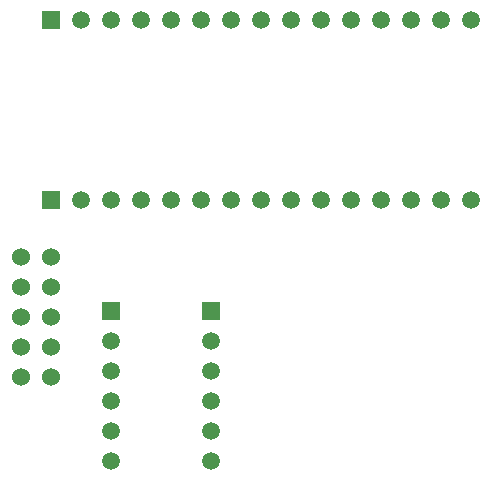
<source format=gbr>
%TF.GenerationSoftware,Altium Limited,Altium Designer,20.2.5 (213)*%
G04 Layer_Color=255*
%FSLAX25Y25*%
%MOIN*%
%TF.SameCoordinates,03ADE540-DEBB-48E1-BD2F-024036EB756D*%
%TF.FilePolarity,Positive*%
%TF.FileFunction,Pads,Bot*%
%TF.Part,Single*%
G01*
G75*
%TA.AperFunction,ComponentPad*%
%ADD16R,0.05906X0.05906*%
%ADD17C,0.05906*%
%ADD18R,0.05906X0.05906*%
%ADD19C,0.06000*%
D16*
X25500Y113500D02*
D03*
Y173500D02*
D03*
D17*
X35500Y113500D02*
D03*
X45500D02*
D03*
X55500D02*
D03*
X65500D02*
D03*
X75500D02*
D03*
X85500D02*
D03*
X95500D02*
D03*
X105500D02*
D03*
X115500D02*
D03*
X125500D02*
D03*
X135500D02*
D03*
X145500D02*
D03*
X155500D02*
D03*
X165500D02*
D03*
Y173500D02*
D03*
X155500D02*
D03*
X145500D02*
D03*
X135500D02*
D03*
X125500D02*
D03*
X115500D02*
D03*
X105500D02*
D03*
X95500D02*
D03*
X85500D02*
D03*
X75500D02*
D03*
X65500D02*
D03*
X55500D02*
D03*
X45500D02*
D03*
X35500D02*
D03*
X45500Y66500D02*
D03*
Y56500D02*
D03*
Y46500D02*
D03*
Y36500D02*
D03*
Y26500D02*
D03*
X79000Y66500D02*
D03*
Y56500D02*
D03*
Y46500D02*
D03*
Y36500D02*
D03*
Y26500D02*
D03*
D18*
X45500Y76500D02*
D03*
X79000D02*
D03*
D19*
X25500Y54500D02*
D03*
X15500Y54500D02*
D03*
Y64500D02*
D03*
X25500D02*
D03*
Y74500D02*
D03*
X15500D02*
D03*
Y84500D02*
D03*
X25500D02*
D03*
Y94500D02*
D03*
X15500D02*
D03*
%TF.MD5,40f661df4ed09b6b1465118e7af23971*%
M02*

</source>
